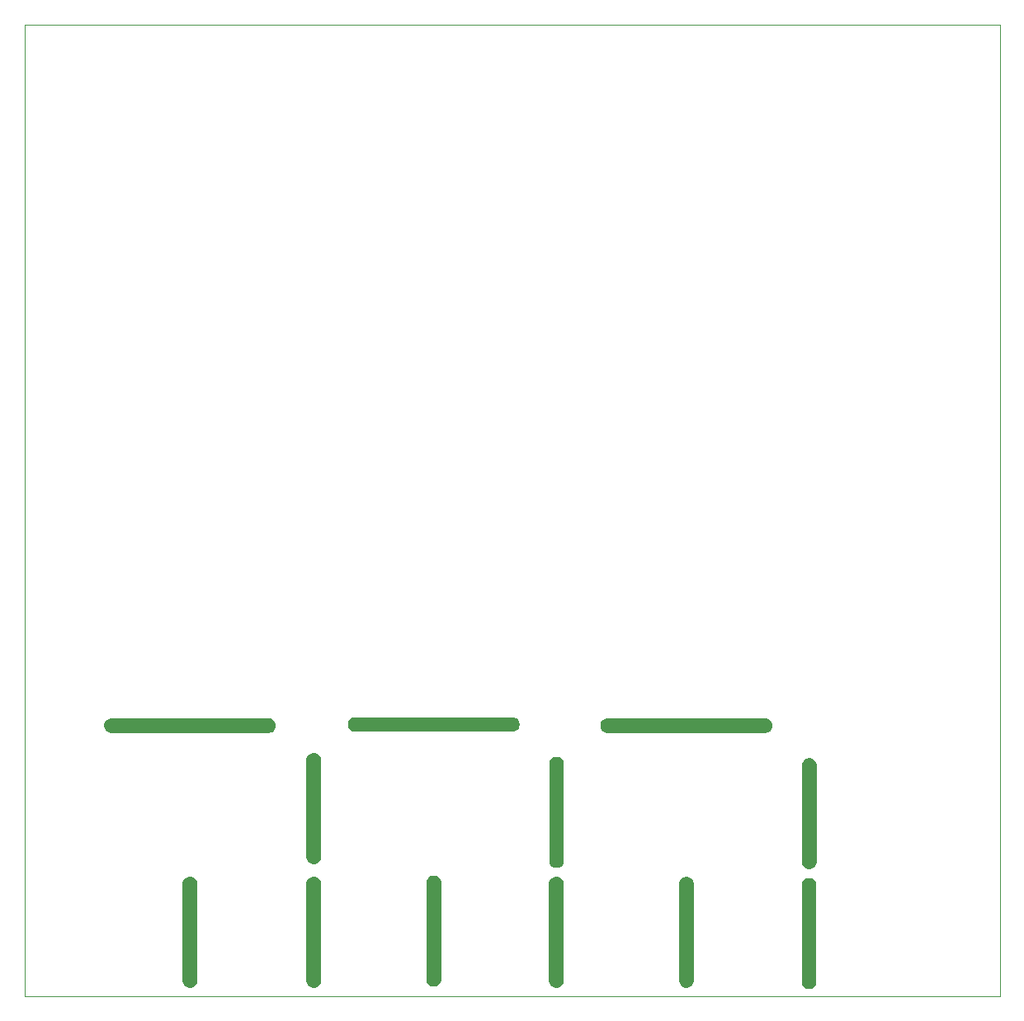
<source format=gbr>
G04 Layer_Color=0*
%FSLAX26Y26*%
%MOIN*%
%TF.FileFunction,Profile,NP*%
%TF.Part,Single*%
G01*
G75*
%TA.AperFunction,Profile*%
%ADD58C,0.001000*%
G36*
X3061088Y-15000D02*
Y-18889D01*
X3063101Y-26403D01*
X3066990Y-33140D01*
X3072490Y-38640D01*
X3079227Y-42529D01*
X3086741Y-44542D01*
X3094519D01*
X3102033Y-42529D01*
X3108769Y-38640D01*
X3114270Y-33140D01*
X3118159Y-26403D01*
X3120173Y-18889D01*
Y-15000D01*
D01*
Y375000D01*
Y378889D01*
X3118159Y386403D01*
X3114270Y393139D01*
X3108769Y398640D01*
X3102033Y402529D01*
X3094519Y404543D01*
X3086741D01*
X3079227Y402529D01*
X3072490Y398640D01*
X3066990Y393139D01*
X3063101Y386403D01*
X3061088Y378889D01*
Y375000D01*
D01*
Y-15000D01*
D02*
G37*
G36*
X3061718Y469409D02*
Y465520D01*
X3063731Y458006D01*
X3067620Y451270D01*
X3073120Y445769D01*
X3079857Y441880D01*
X3087371Y439867D01*
X3095149D01*
X3102663Y441880D01*
X3109399Y445769D01*
X3114900Y451270D01*
X3118789Y458006D01*
X3120802Y465520D01*
Y469409D01*
D01*
Y859409D01*
Y863299D01*
X3118789Y870812D01*
X3114900Y877549D01*
X3109399Y883049D01*
X3102663Y886939D01*
X3095149Y888952D01*
X3087371D01*
X3079857Y886939D01*
X3073120Y883049D01*
X3067620Y877549D01*
X3063731Y870812D01*
X3061718Y863299D01*
Y859409D01*
D01*
Y469409D01*
D02*
G37*
G36*
X2565457Y-10000D02*
Y-13889D01*
X2567471Y-21403D01*
X2571360Y-28140D01*
X2576860Y-33640D01*
X2583597Y-37529D01*
X2591111Y-39542D01*
X2598889D01*
X2606403Y-37529D01*
X2613140Y-33640D01*
X2618640Y-28140D01*
X2622529Y-21403D01*
X2624543Y-13889D01*
Y-10000D01*
D01*
Y380000D01*
Y383889D01*
X2622529Y391403D01*
X2618640Y398139D01*
X2613140Y403640D01*
X2606403Y407529D01*
X2598889Y409543D01*
X2591111D01*
X2583597Y407529D01*
X2576860Y403640D01*
X2571360Y398139D01*
X2567471Y391403D01*
X2565457Y383889D01*
Y380000D01*
D01*
Y-10000D01*
D02*
G37*
G36*
X2277500Y990457D02*
X2273611D01*
X2266097Y992471D01*
X2259360Y996360D01*
X2253860Y1001860D01*
X2249971Y1008597D01*
X2247957Y1016111D01*
Y1023889D01*
X2249971Y1031403D01*
X2253860Y1038139D01*
X2259360Y1043640D01*
X2266097Y1047529D01*
X2273611Y1049543D01*
X2277500D01*
D01*
X2912500D01*
X2915410D01*
X2921117Y1048407D01*
X2926494Y1046180D01*
X2931332Y1042947D01*
X2935447Y1038832D01*
X2938680Y1033994D01*
X2940907Y1028617D01*
X2942043Y1022910D01*
Y1020000D01*
Y1017090D01*
X2940907Y1011383D01*
X2938680Y1006006D01*
X2935447Y1001168D01*
X2931332Y997053D01*
X2926494Y993820D01*
X2921117Y991593D01*
X2915410Y990457D01*
X2912500D01*
D01*
X2277500D01*
D02*
G37*
G36*
X2040457Y-10000D02*
Y-13889D01*
X2042471Y-21403D01*
X2046360Y-28140D01*
X2051860Y-33640D01*
X2058597Y-37529D01*
X2066111Y-39542D01*
X2073889D01*
X2081403Y-37529D01*
X2088140Y-33640D01*
X2093640Y-28140D01*
X2097529Y-21403D01*
X2099543Y-13889D01*
Y-10000D01*
D01*
Y380000D01*
Y383889D01*
X2097529Y391403D01*
X2093640Y398139D01*
X2088140Y403640D01*
X2081403Y407529D01*
X2073889Y409543D01*
X2066111D01*
X2058597Y407529D01*
X2051860Y403640D01*
X2046360Y398139D01*
X2042471Y391403D01*
X2040457Y383889D01*
Y380000D01*
D01*
Y-10000D01*
D02*
G37*
G36*
X2041088Y474409D02*
Y470520D01*
X2043101Y463006D01*
X2046990Y456270D01*
X2052490Y450769D01*
X2059227Y446880D01*
X2066741Y444867D01*
X2074519D01*
X2082033Y446880D01*
X2088769Y450769D01*
X2094270Y456270D01*
X2098159Y463006D01*
X2100173Y470520D01*
Y474409D01*
D01*
Y864409D01*
Y868299D01*
X2098159Y875812D01*
X2094270Y882549D01*
X2088769Y888049D01*
X2082033Y891939D01*
X2074519Y893952D01*
X2066741D01*
X2059227Y891939D01*
X2052490Y888049D01*
X2046990Y882549D01*
X2043101Y875812D01*
X2041088Y868299D01*
Y864409D01*
D01*
Y474409D01*
D02*
G37*
G36*
X1544828Y-5000D02*
Y-8889D01*
X1546841Y-16403D01*
X1550730Y-23140D01*
X1556230Y-28640D01*
X1562967Y-32529D01*
X1570481Y-34542D01*
X1578259D01*
X1585773Y-32529D01*
X1592509Y-28640D01*
X1598010Y-23140D01*
X1601899Y-16403D01*
X1603912Y-8889D01*
Y-5000D01*
D01*
Y385000D01*
Y388889D01*
X1601899Y396403D01*
X1598010Y403139D01*
X1592509Y408640D01*
X1585773Y412529D01*
X1578259Y414543D01*
X1570481D01*
X1562967Y412529D01*
X1556230Y408640D01*
X1550730Y403139D01*
X1546841Y396403D01*
X1544828Y388889D01*
Y385000D01*
D01*
Y-5000D01*
D02*
G37*
G36*
X1256870Y995457D02*
X1252981D01*
X1245467Y997471D01*
X1238730Y1001360D01*
X1233230Y1006860D01*
X1229341Y1013597D01*
X1227328Y1021111D01*
Y1028889D01*
X1229341Y1036403D01*
X1233230Y1043139D01*
X1238730Y1048640D01*
X1245467Y1052529D01*
X1252981Y1054543D01*
X1256870D01*
D01*
X1891870D01*
X1894780D01*
X1900487Y1053407D01*
X1905864Y1051180D01*
X1910702Y1047947D01*
X1914817Y1043832D01*
X1918050Y1038994D01*
X1920277Y1033617D01*
X1921412Y1027910D01*
Y1025000D01*
Y1022090D01*
X1920277Y1016383D01*
X1918050Y1011006D01*
X1914817Y1006168D01*
X1910702Y1002053D01*
X1905864Y998820D01*
X1900487Y996593D01*
X1894780Y995457D01*
X1891870D01*
D01*
X1256870D01*
D02*
G37*
G36*
X1060457Y-10000D02*
Y-13889D01*
X1062471Y-21403D01*
X1066360Y-28140D01*
X1071860Y-33640D01*
X1078597Y-37529D01*
X1086111Y-39542D01*
X1093889D01*
X1101403Y-37529D01*
X1108139Y-33640D01*
X1113640Y-28140D01*
X1117529Y-21403D01*
X1119543Y-13889D01*
Y-10000D01*
D01*
Y380000D01*
Y383889D01*
X1117529Y391403D01*
X1113640Y398139D01*
X1108139Y403640D01*
X1101403Y407529D01*
X1093889Y409543D01*
X1086111D01*
X1078597Y407529D01*
X1071860Y403640D01*
X1066360Y398139D01*
X1062471Y391403D01*
X1060457Y383889D01*
Y380000D01*
D01*
Y-10000D01*
D02*
G37*
G36*
Y490000D02*
Y486111D01*
X1062471Y478597D01*
X1066360Y471860D01*
X1071860Y466360D01*
X1078597Y462471D01*
X1086111Y460457D01*
X1093889D01*
X1101403Y462471D01*
X1108139Y466360D01*
X1113640Y471860D01*
X1117529Y478597D01*
X1119543Y486111D01*
Y490000D01*
D01*
Y880000D01*
Y883889D01*
X1117529Y891403D01*
X1113640Y898139D01*
X1108139Y903640D01*
X1101403Y907529D01*
X1093889Y909543D01*
X1086111D01*
X1078597Y907529D01*
X1071860Y903640D01*
X1066360Y898139D01*
X1062471Y891403D01*
X1060457Y883889D01*
Y880000D01*
D01*
Y490000D01*
D02*
G37*
G36*
X272500Y990457D02*
X268611D01*
X261097Y992471D01*
X254360Y996360D01*
X248860Y1001860D01*
X244971Y1008597D01*
X242958Y1016111D01*
Y1023889D01*
X244971Y1031403D01*
X248860Y1038139D01*
X254360Y1043640D01*
X261097Y1047529D01*
X268611Y1049543D01*
X272500D01*
D01*
X907500D01*
X910410D01*
X916117Y1048407D01*
X921494Y1046180D01*
X926332Y1042947D01*
X930447Y1038832D01*
X933680Y1033994D01*
X935907Y1028617D01*
X937043Y1022910D01*
Y1020000D01*
Y1017090D01*
X935907Y1011383D01*
X933680Y1006006D01*
X930447Y1001168D01*
X926332Y997053D01*
X921494Y993820D01*
X916117Y991593D01*
X910410Y990457D01*
X907500D01*
D01*
X272500D01*
D02*
G37*
G36*
X560457Y-10000D02*
Y-13889D01*
X562471Y-21403D01*
X566360Y-28140D01*
X571860Y-33640D01*
X578597Y-37529D01*
X586111Y-39542D01*
X593889D01*
X601403Y-37529D01*
X608139Y-33640D01*
X613640Y-28140D01*
X617529Y-21403D01*
X619543Y-13889D01*
Y-10000D01*
D01*
Y380000D01*
Y383889D01*
X617529Y391403D01*
X613640Y398139D01*
X608139Y403640D01*
X601403Y407529D01*
X593889Y409543D01*
X586111D01*
X578597Y407529D01*
X571860Y403640D01*
X566360Y398139D01*
X562471Y391403D01*
X560457Y383889D01*
Y380000D01*
D01*
Y-10000D01*
D02*
G37*
D58*
X-78740Y-75000D02*
X805000Y-75000D01*
X3220000D01*
X3861220D01*
X3861220Y3853999D01*
X3220000D01*
X805000D01*
X-78740Y3854001D01*
X-78740Y-75000D01*
%TF.MD5,8acf599cefa20d1b5f6c49b368dad3ae*%
M02*

</source>
